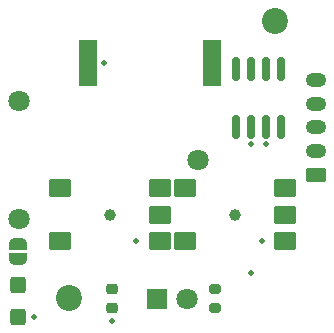
<source format=gbr>
G04 #@! TF.GenerationSoftware,KiCad,Pcbnew,7.0.11-7.0.11~ubuntu22.04.1*
G04 #@! TF.CreationDate,2024-04-10T19:00:30+01:00*
G04 #@! TF.ProjectId,KitchenTimer,4b697463-6865-46e5-9469-6d65722e6b69,rev?*
G04 #@! TF.SameCoordinates,PX44794c0PY22243c0*
G04 #@! TF.FileFunction,Soldermask,Top*
G04 #@! TF.FilePolarity,Negative*
%FSLAX45Y45*%
G04 Gerber Fmt 4.5, Leading zero omitted, Abs format (unit mm)*
G04 Created by KiCad (PCBNEW 7.0.11-7.0.11~ubuntu22.04.1) date 2024-04-10 19:00:30*
%MOMM*%
%LPD*%
G01*
G04 APERTURE LIST*
G04 Aperture macros list*
%AMRoundRect*
0 Rectangle with rounded corners*
0 $1 Rounding radius*
0 $2 $3 $4 $5 $6 $7 $8 $9 X,Y pos of 4 corners*
0 Add a 4 corners polygon primitive as box body*
4,1,4,$2,$3,$4,$5,$6,$7,$8,$9,$2,$3,0*
0 Add four circle primitives for the rounded corners*
1,1,$1+$1,$2,$3*
1,1,$1+$1,$4,$5*
1,1,$1+$1,$6,$7*
1,1,$1+$1,$8,$9*
0 Add four rect primitives between the rounded corners*
20,1,$1+$1,$2,$3,$4,$5,0*
20,1,$1+$1,$4,$5,$6,$7,0*
20,1,$1+$1,$6,$7,$8,$9,0*
20,1,$1+$1,$8,$9,$2,$3,0*%
%AMFreePoly0*
4,1,19,0.500000,-0.750000,0.000000,-0.750000,0.000000,-0.744911,-0.071157,-0.744911,-0.207708,-0.704816,-0.327430,-0.627875,-0.420627,-0.520320,-0.479746,-0.390866,-0.500000,-0.250000,-0.500000,0.250000,-0.479746,0.390866,-0.420627,0.520320,-0.327430,0.627875,-0.207708,0.704816,-0.071157,0.744911,0.000000,0.744911,0.000000,0.750000,0.500000,0.750000,0.500000,-0.750000,0.500000,-0.750000,
$1*%
%AMFreePoly1*
4,1,19,0.000000,0.744911,0.071157,0.744911,0.207708,0.704816,0.327430,0.627875,0.420627,0.520320,0.479746,0.390866,0.500000,0.250000,0.500000,-0.250000,0.479746,-0.390866,0.420627,-0.520320,0.327430,-0.627875,0.207708,-0.704816,0.071157,-0.744911,0.000000,-0.744911,0.000000,-0.750000,-0.500000,-0.750000,-0.500000,0.750000,0.000000,0.750000,0.000000,0.744911,0.000000,0.744911,
$1*%
G04 Aperture macros list end*
%ADD10RoundRect,0.102000X0.800000X0.700000X-0.800000X0.700000X-0.800000X-0.700000X0.800000X-0.700000X0*%
%ADD11C,1.000000*%
%ADD12FreePoly0,270.000000*%
%ADD13FreePoly1,270.000000*%
%ADD14R,1.800000X1.800000*%
%ADD15C,1.800000*%
%ADD16RoundRect,0.200000X0.275000X-0.200000X0.275000X0.200000X-0.275000X0.200000X-0.275000X-0.200000X0*%
%ADD17RoundRect,0.225000X0.250000X-0.225000X0.250000X0.225000X-0.250000X0.225000X-0.250000X-0.225000X0*%
%ADD18C,2.200000*%
%ADD19RoundRect,0.250000X-0.425000X0.450000X-0.425000X-0.450000X0.425000X-0.450000X0.425000X0.450000X0*%
%ADD20R,1.500000X4.000000*%
%ADD21RoundRect,0.150000X0.150000X-0.825000X0.150000X0.825000X-0.150000X0.825000X-0.150000X-0.825000X0*%
%ADD22RoundRect,0.250000X0.625000X-0.350000X0.625000X0.350000X-0.625000X0.350000X-0.625000X-0.350000X0*%
%ADD23O,1.750000X1.200000*%
%ADD24C,0.500000*%
G04 APERTURE END LIST*
D10*
X2402500Y-2140000D03*
X2402500Y-1690000D03*
X1562500Y-2140000D03*
X1562500Y-1690000D03*
X2402500Y-1915000D03*
D11*
X924500Y-1918000D03*
D12*
X148000Y-2164000D03*
D13*
X148000Y-2294000D03*
D14*
X1323000Y-2628000D03*
D15*
X1577000Y-2628000D03*
D16*
X1816000Y-2710500D03*
X1816000Y-2545500D03*
D11*
X1982500Y-1915000D03*
D17*
X945000Y-2703000D03*
X945000Y-2548000D03*
D18*
X575000Y-2625000D03*
D19*
X148000Y-2511000D03*
X148000Y-2781000D03*
D20*
X1790000Y-630000D03*
X735000Y-630000D03*
D10*
X1344500Y-2143000D03*
X1344500Y-1693000D03*
X504500Y-2143000D03*
X504500Y-1693000D03*
X1344500Y-1918000D03*
D21*
X1989500Y-1177500D03*
X2116500Y-1177500D03*
X2243500Y-1177500D03*
X2370500Y-1177500D03*
X2370500Y-682500D03*
X2243500Y-682500D03*
X2116500Y-682500D03*
X1989500Y-682500D03*
D18*
X2325000Y-275000D03*
D22*
X2668000Y-1578000D03*
D23*
X2668000Y-1378000D03*
X2668000Y-1178000D03*
X2668000Y-978000D03*
X2668000Y-778000D03*
D15*
X150000Y-950000D03*
X150000Y-1950000D03*
X1670000Y-1450000D03*
D24*
X1148000Y-2143000D03*
X284000Y-2783000D03*
X875000Y-630000D03*
X944000Y-2818000D03*
X2212000Y-2140000D03*
X2243500Y-1318000D03*
X2118000Y-2408000D03*
X2116500Y-1319000D03*
M02*

</source>
